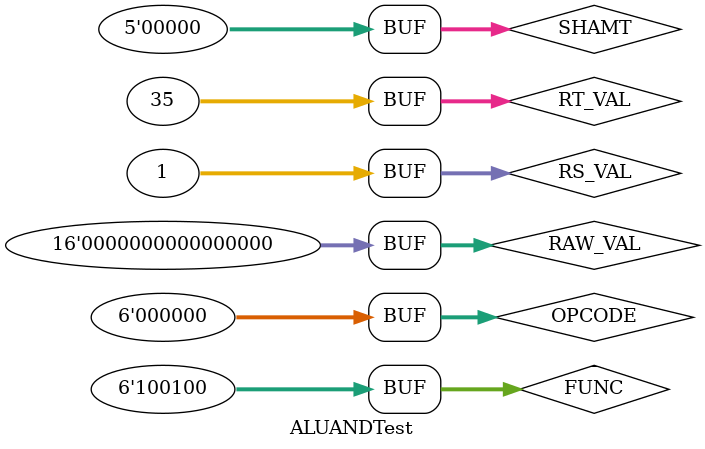
<source format=v>
`timescale 1ns / 1ps


module ALUANDTest;

	// Inputs
	reg [5:0] OPCODE;
	reg [31:0] RS_VAL;
	reg [31:0] RT_VAL;
	reg [4:0] SHAMT;
	reg [5:0] FUNC;
	reg [15:0] RAW_VAL;

	// Outputs
	wire [31:0] RESULT;
	wire SIG_B;

	// Instantiate the Unit Under Test (UUT)
	ALU uut (
		.RESULT(RESULT), 
		.SIG_B(SIG_B), 
		.OPCODE(OPCODE), 
		.RS_VAL(RS_VAL), 
		.RT_VAL(RT_VAL), 
		.SHAMT(SHAMT), 
		.FUNC(FUNC), 
		.RAW_VAL(RAW_VAL)
	);

	initial begin
		// Initialize Inputs
		OPCODE = 0;
		RS_VAL = 0;
		RT_VAL = 0;
		SHAMT = 0;
		FUNC = 0;
		RAW_VAL = 0;

		// Wait 100 ns for global reset to finish
		#100;
		
		OPCODE = 6'b000000;
		RS_VAL = 15;
		RT_VAL = 12;
		SHAMT = 0;
		FUNC = 6'b100100;
		RAW_VAL = 0;
		#100;
		
		OPCODE = 6'b000000;
		RS_VAL = 23;
		RT_VAL = 2;
		SHAMT = 0;
		FUNC = 6'b100100;
		RAW_VAL = 0;
		#100;

		OPCODE = 6'b000000;
		RS_VAL = 1;
		RT_VAL = 35;
		SHAMT = 0;
		FUNC = 6'b100100;
		RAW_VAL = 0;
		#100;
        
		// Add stimulus here

	end
      
endmodule


</source>
